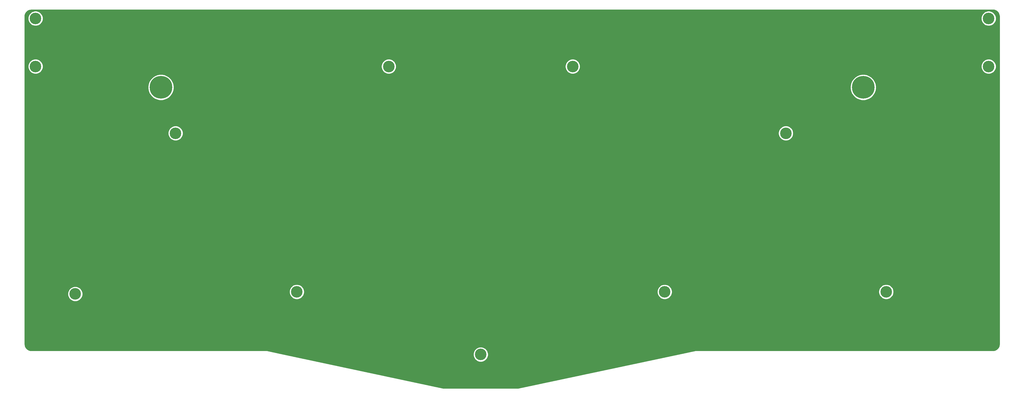
<source format=gbr>
G04 #@! TF.GenerationSoftware,KiCad,Pcbnew,(5.1.6)-1*
G04 #@! TF.CreationDate,2020-09-06T17:35:35-05:00*
G04 #@! TF.ProjectId,keyboard_bottom,6b657962-6f61-4726-945f-626f74746f6d,rev?*
G04 #@! TF.SameCoordinates,Original*
G04 #@! TF.FileFunction,Copper,L2,Bot*
G04 #@! TF.FilePolarity,Positive*
%FSLAX46Y46*%
G04 Gerber Fmt 4.6, Leading zero omitted, Abs format (unit mm)*
G04 Created by KiCad (PCBNEW (5.1.6)-1) date 2020-09-06 17:35:35*
%MOMM*%
%LPD*%
G01*
G04 APERTURE LIST*
G04 #@! TA.AperFunction,ComponentPad*
%ADD10C,4.400000*%
G04 #@! TD*
G04 #@! TA.AperFunction,ComponentPad*
%ADD11C,8.600000*%
G04 #@! TD*
G04 #@! TA.AperFunction,NonConductor*
%ADD12C,0.254000*%
G04 #@! TD*
G04 APERTURE END LIST*
D10*
X266700000Y-180975000D03*
X127000000Y-180975000D03*
X27781250Y-95250000D03*
X389731250Y-76993750D03*
X196850000Y-204787500D03*
X350837500Y-180975000D03*
X80962500Y-120650000D03*
X27781250Y-76993750D03*
X161925000Y-95250000D03*
X42862500Y-181768750D03*
X231775000Y-95250000D03*
X312737500Y-120650000D03*
X389731250Y-95250000D03*
D11*
X75406250Y-103187500D03*
X342106250Y-103187500D03*
D12*
G36*
X391806634Y-73736002D02*
G01*
X392275938Y-73877694D01*
X392708775Y-74107837D01*
X393088677Y-74417678D01*
X393401153Y-74795397D01*
X393634319Y-75226627D01*
X393779282Y-75694928D01*
X393833750Y-76213153D01*
X393833751Y-200786462D01*
X393782748Y-201306633D01*
X393641057Y-201775936D01*
X393410911Y-202208778D01*
X393101073Y-202588677D01*
X392723350Y-202901156D01*
X392292123Y-203134319D01*
X391823823Y-203279282D01*
X391305597Y-203333750D01*
X278634582Y-203333750D01*
X278598071Y-203330608D01*
X278537550Y-203337323D01*
X278476867Y-203343300D01*
X278441787Y-203353942D01*
X211068389Y-217621250D01*
X182631972Y-217621250D01*
X121030133Y-204508277D01*
X194015000Y-204508277D01*
X194015000Y-205066723D01*
X194123948Y-205614439D01*
X194337656Y-206130376D01*
X194647912Y-206594707D01*
X195042793Y-206989588D01*
X195507124Y-207299844D01*
X196023061Y-207513552D01*
X196570777Y-207622500D01*
X197129223Y-207622500D01*
X197676939Y-207513552D01*
X198192876Y-207299844D01*
X198657207Y-206989588D01*
X199052088Y-206594707D01*
X199362344Y-206130376D01*
X199576052Y-205614439D01*
X199685000Y-205066723D01*
X199685000Y-204508277D01*
X199576052Y-203960561D01*
X199362344Y-203444624D01*
X199052088Y-202980293D01*
X198657207Y-202585412D01*
X198192876Y-202275156D01*
X197676939Y-202061448D01*
X197129223Y-201952500D01*
X196570777Y-201952500D01*
X196023061Y-202061448D01*
X195507124Y-202275156D01*
X195042793Y-202585412D01*
X194647912Y-202980293D01*
X194337656Y-203444624D01*
X194123948Y-203960561D01*
X194015000Y-204508277D01*
X121030133Y-204508277D01*
X115607797Y-203354043D01*
X115572383Y-203343300D01*
X115512046Y-203337357D01*
X115451877Y-203330617D01*
X115415015Y-203333750D01*
X26226028Y-203333750D01*
X25705867Y-203282748D01*
X25236564Y-203141057D01*
X24803722Y-202910911D01*
X24423823Y-202601073D01*
X24111344Y-202223350D01*
X23878181Y-201792123D01*
X23733218Y-201323823D01*
X23678750Y-200805597D01*
X23678750Y-181489527D01*
X40027500Y-181489527D01*
X40027500Y-182047973D01*
X40136448Y-182595689D01*
X40350156Y-183111626D01*
X40660412Y-183575957D01*
X41055293Y-183970838D01*
X41519624Y-184281094D01*
X42035561Y-184494802D01*
X42583277Y-184603750D01*
X43141723Y-184603750D01*
X43689439Y-184494802D01*
X44205376Y-184281094D01*
X44669707Y-183970838D01*
X45064588Y-183575957D01*
X45374844Y-183111626D01*
X45588552Y-182595689D01*
X45697500Y-182047973D01*
X45697500Y-181489527D01*
X45588552Y-180941811D01*
X45486642Y-180695777D01*
X124165000Y-180695777D01*
X124165000Y-181254223D01*
X124273948Y-181801939D01*
X124487656Y-182317876D01*
X124797912Y-182782207D01*
X125192793Y-183177088D01*
X125657124Y-183487344D01*
X126173061Y-183701052D01*
X126720777Y-183810000D01*
X127279223Y-183810000D01*
X127826939Y-183701052D01*
X128342876Y-183487344D01*
X128807207Y-183177088D01*
X129202088Y-182782207D01*
X129512344Y-182317876D01*
X129726052Y-181801939D01*
X129835000Y-181254223D01*
X129835000Y-180695777D01*
X263865000Y-180695777D01*
X263865000Y-181254223D01*
X263973948Y-181801939D01*
X264187656Y-182317876D01*
X264497912Y-182782207D01*
X264892793Y-183177088D01*
X265357124Y-183487344D01*
X265873061Y-183701052D01*
X266420777Y-183810000D01*
X266979223Y-183810000D01*
X267526939Y-183701052D01*
X268042876Y-183487344D01*
X268507207Y-183177088D01*
X268902088Y-182782207D01*
X269212344Y-182317876D01*
X269426052Y-181801939D01*
X269535000Y-181254223D01*
X269535000Y-180695777D01*
X348002500Y-180695777D01*
X348002500Y-181254223D01*
X348111448Y-181801939D01*
X348325156Y-182317876D01*
X348635412Y-182782207D01*
X349030293Y-183177088D01*
X349494624Y-183487344D01*
X350010561Y-183701052D01*
X350558277Y-183810000D01*
X351116723Y-183810000D01*
X351664439Y-183701052D01*
X352180376Y-183487344D01*
X352644707Y-183177088D01*
X353039588Y-182782207D01*
X353349844Y-182317876D01*
X353563552Y-181801939D01*
X353672500Y-181254223D01*
X353672500Y-180695777D01*
X353563552Y-180148061D01*
X353349844Y-179632124D01*
X353039588Y-179167793D01*
X352644707Y-178772912D01*
X352180376Y-178462656D01*
X351664439Y-178248948D01*
X351116723Y-178140000D01*
X350558277Y-178140000D01*
X350010561Y-178248948D01*
X349494624Y-178462656D01*
X349030293Y-178772912D01*
X348635412Y-179167793D01*
X348325156Y-179632124D01*
X348111448Y-180148061D01*
X348002500Y-180695777D01*
X269535000Y-180695777D01*
X269426052Y-180148061D01*
X269212344Y-179632124D01*
X268902088Y-179167793D01*
X268507207Y-178772912D01*
X268042876Y-178462656D01*
X267526939Y-178248948D01*
X266979223Y-178140000D01*
X266420777Y-178140000D01*
X265873061Y-178248948D01*
X265357124Y-178462656D01*
X264892793Y-178772912D01*
X264497912Y-179167793D01*
X264187656Y-179632124D01*
X263973948Y-180148061D01*
X263865000Y-180695777D01*
X129835000Y-180695777D01*
X129726052Y-180148061D01*
X129512344Y-179632124D01*
X129202088Y-179167793D01*
X128807207Y-178772912D01*
X128342876Y-178462656D01*
X127826939Y-178248948D01*
X127279223Y-178140000D01*
X126720777Y-178140000D01*
X126173061Y-178248948D01*
X125657124Y-178462656D01*
X125192793Y-178772912D01*
X124797912Y-179167793D01*
X124487656Y-179632124D01*
X124273948Y-180148061D01*
X124165000Y-180695777D01*
X45486642Y-180695777D01*
X45374844Y-180425874D01*
X45064588Y-179961543D01*
X44669707Y-179566662D01*
X44205376Y-179256406D01*
X43689439Y-179042698D01*
X43141723Y-178933750D01*
X42583277Y-178933750D01*
X42035561Y-179042698D01*
X41519624Y-179256406D01*
X41055293Y-179566662D01*
X40660412Y-179961543D01*
X40350156Y-180425874D01*
X40136448Y-180941811D01*
X40027500Y-181489527D01*
X23678750Y-181489527D01*
X23678750Y-120370777D01*
X78127500Y-120370777D01*
X78127500Y-120929223D01*
X78236448Y-121476939D01*
X78450156Y-121992876D01*
X78760412Y-122457207D01*
X79155293Y-122852088D01*
X79619624Y-123162344D01*
X80135561Y-123376052D01*
X80683277Y-123485000D01*
X81241723Y-123485000D01*
X81789439Y-123376052D01*
X82305376Y-123162344D01*
X82769707Y-122852088D01*
X83164588Y-122457207D01*
X83474844Y-121992876D01*
X83688552Y-121476939D01*
X83797500Y-120929223D01*
X83797500Y-120370777D01*
X309902500Y-120370777D01*
X309902500Y-120929223D01*
X310011448Y-121476939D01*
X310225156Y-121992876D01*
X310535412Y-122457207D01*
X310930293Y-122852088D01*
X311394624Y-123162344D01*
X311910561Y-123376052D01*
X312458277Y-123485000D01*
X313016723Y-123485000D01*
X313564439Y-123376052D01*
X314080376Y-123162344D01*
X314544707Y-122852088D01*
X314939588Y-122457207D01*
X315249844Y-121992876D01*
X315463552Y-121476939D01*
X315572500Y-120929223D01*
X315572500Y-120370777D01*
X315463552Y-119823061D01*
X315249844Y-119307124D01*
X314939588Y-118842793D01*
X314544707Y-118447912D01*
X314080376Y-118137656D01*
X313564439Y-117923948D01*
X313016723Y-117815000D01*
X312458277Y-117815000D01*
X311910561Y-117923948D01*
X311394624Y-118137656D01*
X310930293Y-118447912D01*
X310535412Y-118842793D01*
X310225156Y-119307124D01*
X310011448Y-119823061D01*
X309902500Y-120370777D01*
X83797500Y-120370777D01*
X83688552Y-119823061D01*
X83474844Y-119307124D01*
X83164588Y-118842793D01*
X82769707Y-118447912D01*
X82305376Y-118137656D01*
X81789439Y-117923948D01*
X81241723Y-117815000D01*
X80683277Y-117815000D01*
X80135561Y-117923948D01*
X79619624Y-118137656D01*
X79155293Y-118447912D01*
X78760412Y-118842793D01*
X78450156Y-119307124D01*
X78236448Y-119823061D01*
X78127500Y-120370777D01*
X23678750Y-120370777D01*
X23678750Y-102701445D01*
X70471250Y-102701445D01*
X70471250Y-103673555D01*
X70660900Y-104626986D01*
X71032910Y-105525099D01*
X71572985Y-106333379D01*
X72260371Y-107020765D01*
X73068651Y-107560840D01*
X73966764Y-107932850D01*
X74920195Y-108122500D01*
X75892305Y-108122500D01*
X76845736Y-107932850D01*
X77743849Y-107560840D01*
X78552129Y-107020765D01*
X79239515Y-106333379D01*
X79779590Y-105525099D01*
X80151600Y-104626986D01*
X80341250Y-103673555D01*
X80341250Y-102701445D01*
X337171250Y-102701445D01*
X337171250Y-103673555D01*
X337360900Y-104626986D01*
X337732910Y-105525099D01*
X338272985Y-106333379D01*
X338960371Y-107020765D01*
X339768651Y-107560840D01*
X340666764Y-107932850D01*
X341620195Y-108122500D01*
X342592305Y-108122500D01*
X343545736Y-107932850D01*
X344443849Y-107560840D01*
X345252129Y-107020765D01*
X345939515Y-106333379D01*
X346479590Y-105525099D01*
X346851600Y-104626986D01*
X347041250Y-103673555D01*
X347041250Y-102701445D01*
X346851600Y-101748014D01*
X346479590Y-100849901D01*
X345939515Y-100041621D01*
X345252129Y-99354235D01*
X344443849Y-98814160D01*
X343545736Y-98442150D01*
X342592305Y-98252500D01*
X341620195Y-98252500D01*
X340666764Y-98442150D01*
X339768651Y-98814160D01*
X338960371Y-99354235D01*
X338272985Y-100041621D01*
X337732910Y-100849901D01*
X337360900Y-101748014D01*
X337171250Y-102701445D01*
X80341250Y-102701445D01*
X80151600Y-101748014D01*
X79779590Y-100849901D01*
X79239515Y-100041621D01*
X78552129Y-99354235D01*
X77743849Y-98814160D01*
X76845736Y-98442150D01*
X75892305Y-98252500D01*
X74920195Y-98252500D01*
X73966764Y-98442150D01*
X73068651Y-98814160D01*
X72260371Y-99354235D01*
X71572985Y-100041621D01*
X71032910Y-100849901D01*
X70660900Y-101748014D01*
X70471250Y-102701445D01*
X23678750Y-102701445D01*
X23678750Y-94970777D01*
X24946250Y-94970777D01*
X24946250Y-95529223D01*
X25055198Y-96076939D01*
X25268906Y-96592876D01*
X25579162Y-97057207D01*
X25974043Y-97452088D01*
X26438374Y-97762344D01*
X26954311Y-97976052D01*
X27502027Y-98085000D01*
X28060473Y-98085000D01*
X28608189Y-97976052D01*
X29124126Y-97762344D01*
X29588457Y-97452088D01*
X29983338Y-97057207D01*
X30293594Y-96592876D01*
X30507302Y-96076939D01*
X30616250Y-95529223D01*
X30616250Y-94970777D01*
X159090000Y-94970777D01*
X159090000Y-95529223D01*
X159198948Y-96076939D01*
X159412656Y-96592876D01*
X159722912Y-97057207D01*
X160117793Y-97452088D01*
X160582124Y-97762344D01*
X161098061Y-97976052D01*
X161645777Y-98085000D01*
X162204223Y-98085000D01*
X162751939Y-97976052D01*
X163267876Y-97762344D01*
X163732207Y-97452088D01*
X164127088Y-97057207D01*
X164437344Y-96592876D01*
X164651052Y-96076939D01*
X164760000Y-95529223D01*
X164760000Y-94970777D01*
X228940000Y-94970777D01*
X228940000Y-95529223D01*
X229048948Y-96076939D01*
X229262656Y-96592876D01*
X229572912Y-97057207D01*
X229967793Y-97452088D01*
X230432124Y-97762344D01*
X230948061Y-97976052D01*
X231495777Y-98085000D01*
X232054223Y-98085000D01*
X232601939Y-97976052D01*
X233117876Y-97762344D01*
X233582207Y-97452088D01*
X233977088Y-97057207D01*
X234287344Y-96592876D01*
X234501052Y-96076939D01*
X234610000Y-95529223D01*
X234610000Y-94970777D01*
X386896250Y-94970777D01*
X386896250Y-95529223D01*
X387005198Y-96076939D01*
X387218906Y-96592876D01*
X387529162Y-97057207D01*
X387924043Y-97452088D01*
X388388374Y-97762344D01*
X388904311Y-97976052D01*
X389452027Y-98085000D01*
X390010473Y-98085000D01*
X390558189Y-97976052D01*
X391074126Y-97762344D01*
X391538457Y-97452088D01*
X391933338Y-97057207D01*
X392243594Y-96592876D01*
X392457302Y-96076939D01*
X392566250Y-95529223D01*
X392566250Y-94970777D01*
X392457302Y-94423061D01*
X392243594Y-93907124D01*
X391933338Y-93442793D01*
X391538457Y-93047912D01*
X391074126Y-92737656D01*
X390558189Y-92523948D01*
X390010473Y-92415000D01*
X389452027Y-92415000D01*
X388904311Y-92523948D01*
X388388374Y-92737656D01*
X387924043Y-93047912D01*
X387529162Y-93442793D01*
X387218906Y-93907124D01*
X387005198Y-94423061D01*
X386896250Y-94970777D01*
X234610000Y-94970777D01*
X234501052Y-94423061D01*
X234287344Y-93907124D01*
X233977088Y-93442793D01*
X233582207Y-93047912D01*
X233117876Y-92737656D01*
X232601939Y-92523948D01*
X232054223Y-92415000D01*
X231495777Y-92415000D01*
X230948061Y-92523948D01*
X230432124Y-92737656D01*
X229967793Y-93047912D01*
X229572912Y-93442793D01*
X229262656Y-93907124D01*
X229048948Y-94423061D01*
X228940000Y-94970777D01*
X164760000Y-94970777D01*
X164651052Y-94423061D01*
X164437344Y-93907124D01*
X164127088Y-93442793D01*
X163732207Y-93047912D01*
X163267876Y-92737656D01*
X162751939Y-92523948D01*
X162204223Y-92415000D01*
X161645777Y-92415000D01*
X161098061Y-92523948D01*
X160582124Y-92737656D01*
X160117793Y-93047912D01*
X159722912Y-93442793D01*
X159412656Y-93907124D01*
X159198948Y-94423061D01*
X159090000Y-94970777D01*
X30616250Y-94970777D01*
X30507302Y-94423061D01*
X30293594Y-93907124D01*
X29983338Y-93442793D01*
X29588457Y-93047912D01*
X29124126Y-92737656D01*
X28608189Y-92523948D01*
X28060473Y-92415000D01*
X27502027Y-92415000D01*
X26954311Y-92523948D01*
X26438374Y-92737656D01*
X25974043Y-93047912D01*
X25579162Y-93442793D01*
X25268906Y-93907124D01*
X25055198Y-94423061D01*
X24946250Y-94970777D01*
X23678750Y-94970777D01*
X23678750Y-76714527D01*
X24946250Y-76714527D01*
X24946250Y-77272973D01*
X25055198Y-77820689D01*
X25268906Y-78336626D01*
X25579162Y-78800957D01*
X25974043Y-79195838D01*
X26438374Y-79506094D01*
X26954311Y-79719802D01*
X27502027Y-79828750D01*
X28060473Y-79828750D01*
X28608189Y-79719802D01*
X29124126Y-79506094D01*
X29588457Y-79195838D01*
X29983338Y-78800957D01*
X30293594Y-78336626D01*
X30507302Y-77820689D01*
X30616250Y-77272973D01*
X30616250Y-76714527D01*
X386896250Y-76714527D01*
X386896250Y-77272973D01*
X387005198Y-77820689D01*
X387218906Y-78336626D01*
X387529162Y-78800957D01*
X387924043Y-79195838D01*
X388388374Y-79506094D01*
X388904311Y-79719802D01*
X389452027Y-79828750D01*
X390010473Y-79828750D01*
X390558189Y-79719802D01*
X391074126Y-79506094D01*
X391538457Y-79195838D01*
X391933338Y-78800957D01*
X392243594Y-78336626D01*
X392457302Y-77820689D01*
X392566250Y-77272973D01*
X392566250Y-76714527D01*
X392457302Y-76166811D01*
X392243594Y-75650874D01*
X391933338Y-75186543D01*
X391538457Y-74791662D01*
X391074126Y-74481406D01*
X390558189Y-74267698D01*
X390010473Y-74158750D01*
X389452027Y-74158750D01*
X388904311Y-74267698D01*
X388388374Y-74481406D01*
X387924043Y-74791662D01*
X387529162Y-75186543D01*
X387218906Y-75650874D01*
X387005198Y-76166811D01*
X386896250Y-76714527D01*
X30616250Y-76714527D01*
X30507302Y-76166811D01*
X30293594Y-75650874D01*
X29983338Y-75186543D01*
X29588457Y-74791662D01*
X29124126Y-74481406D01*
X28608189Y-74267698D01*
X28060473Y-74158750D01*
X27502027Y-74158750D01*
X26954311Y-74267698D01*
X26438374Y-74481406D01*
X25974043Y-74791662D01*
X25579162Y-75186543D01*
X25268906Y-75650874D01*
X25055198Y-76166811D01*
X24946250Y-76714527D01*
X23678750Y-76714527D01*
X23678750Y-76232278D01*
X23729752Y-75712116D01*
X23871444Y-75242812D01*
X24101587Y-74809975D01*
X24411428Y-74430073D01*
X24789147Y-74117597D01*
X25220377Y-73884431D01*
X25688678Y-73739468D01*
X26206903Y-73685000D01*
X391286472Y-73685000D01*
X391806634Y-73736002D01*
G37*
X391806634Y-73736002D02*
X392275938Y-73877694D01*
X392708775Y-74107837D01*
X393088677Y-74417678D01*
X393401153Y-74795397D01*
X393634319Y-75226627D01*
X393779282Y-75694928D01*
X393833750Y-76213153D01*
X393833751Y-200786462D01*
X393782748Y-201306633D01*
X393641057Y-201775936D01*
X393410911Y-202208778D01*
X393101073Y-202588677D01*
X392723350Y-202901156D01*
X392292123Y-203134319D01*
X391823823Y-203279282D01*
X391305597Y-203333750D01*
X278634582Y-203333750D01*
X278598071Y-203330608D01*
X278537550Y-203337323D01*
X278476867Y-203343300D01*
X278441787Y-203353942D01*
X211068389Y-217621250D01*
X182631972Y-217621250D01*
X121030133Y-204508277D01*
X194015000Y-204508277D01*
X194015000Y-205066723D01*
X194123948Y-205614439D01*
X194337656Y-206130376D01*
X194647912Y-206594707D01*
X195042793Y-206989588D01*
X195507124Y-207299844D01*
X196023061Y-207513552D01*
X196570777Y-207622500D01*
X197129223Y-207622500D01*
X197676939Y-207513552D01*
X198192876Y-207299844D01*
X198657207Y-206989588D01*
X199052088Y-206594707D01*
X199362344Y-206130376D01*
X199576052Y-205614439D01*
X199685000Y-205066723D01*
X199685000Y-204508277D01*
X199576052Y-203960561D01*
X199362344Y-203444624D01*
X199052088Y-202980293D01*
X198657207Y-202585412D01*
X198192876Y-202275156D01*
X197676939Y-202061448D01*
X197129223Y-201952500D01*
X196570777Y-201952500D01*
X196023061Y-202061448D01*
X195507124Y-202275156D01*
X195042793Y-202585412D01*
X194647912Y-202980293D01*
X194337656Y-203444624D01*
X194123948Y-203960561D01*
X194015000Y-204508277D01*
X121030133Y-204508277D01*
X115607797Y-203354043D01*
X115572383Y-203343300D01*
X115512046Y-203337357D01*
X115451877Y-203330617D01*
X115415015Y-203333750D01*
X26226028Y-203333750D01*
X25705867Y-203282748D01*
X25236564Y-203141057D01*
X24803722Y-202910911D01*
X24423823Y-202601073D01*
X24111344Y-202223350D01*
X23878181Y-201792123D01*
X23733218Y-201323823D01*
X23678750Y-200805597D01*
X23678750Y-181489527D01*
X40027500Y-181489527D01*
X40027500Y-182047973D01*
X40136448Y-182595689D01*
X40350156Y-183111626D01*
X40660412Y-183575957D01*
X41055293Y-183970838D01*
X41519624Y-184281094D01*
X42035561Y-184494802D01*
X42583277Y-184603750D01*
X43141723Y-184603750D01*
X43689439Y-184494802D01*
X44205376Y-184281094D01*
X44669707Y-183970838D01*
X45064588Y-183575957D01*
X45374844Y-183111626D01*
X45588552Y-182595689D01*
X45697500Y-182047973D01*
X45697500Y-181489527D01*
X45588552Y-180941811D01*
X45486642Y-180695777D01*
X124165000Y-180695777D01*
X124165000Y-181254223D01*
X124273948Y-181801939D01*
X124487656Y-182317876D01*
X124797912Y-182782207D01*
X125192793Y-183177088D01*
X125657124Y-183487344D01*
X126173061Y-183701052D01*
X126720777Y-183810000D01*
X127279223Y-183810000D01*
X127826939Y-183701052D01*
X128342876Y-183487344D01*
X128807207Y-183177088D01*
X129202088Y-182782207D01*
X129512344Y-182317876D01*
X129726052Y-181801939D01*
X129835000Y-181254223D01*
X129835000Y-180695777D01*
X263865000Y-180695777D01*
X263865000Y-181254223D01*
X263973948Y-181801939D01*
X264187656Y-182317876D01*
X264497912Y-182782207D01*
X264892793Y-183177088D01*
X265357124Y-183487344D01*
X265873061Y-183701052D01*
X266420777Y-183810000D01*
X266979223Y-183810000D01*
X267526939Y-183701052D01*
X268042876Y-183487344D01*
X268507207Y-183177088D01*
X268902088Y-182782207D01*
X269212344Y-182317876D01*
X269426052Y-181801939D01*
X269535000Y-181254223D01*
X269535000Y-180695777D01*
X348002500Y-180695777D01*
X348002500Y-181254223D01*
X348111448Y-181801939D01*
X348325156Y-182317876D01*
X348635412Y-182782207D01*
X349030293Y-183177088D01*
X349494624Y-183487344D01*
X350010561Y-183701052D01*
X350558277Y-183810000D01*
X351116723Y-183810000D01*
X351664439Y-183701052D01*
X352180376Y-183487344D01*
X352644707Y-183177088D01*
X353039588Y-182782207D01*
X353349844Y-182317876D01*
X353563552Y-181801939D01*
X353672500Y-181254223D01*
X353672500Y-180695777D01*
X353563552Y-180148061D01*
X353349844Y-179632124D01*
X353039588Y-179167793D01*
X352644707Y-178772912D01*
X352180376Y-178462656D01*
X351664439Y-178248948D01*
X351116723Y-178140000D01*
X350558277Y-178140000D01*
X350010561Y-178248948D01*
X349494624Y-178462656D01*
X349030293Y-178772912D01*
X348635412Y-179167793D01*
X348325156Y-179632124D01*
X348111448Y-180148061D01*
X348002500Y-180695777D01*
X269535000Y-180695777D01*
X269426052Y-180148061D01*
X269212344Y-179632124D01*
X268902088Y-179167793D01*
X268507207Y-178772912D01*
X268042876Y-178462656D01*
X267526939Y-178248948D01*
X266979223Y-178140000D01*
X266420777Y-178140000D01*
X265873061Y-178248948D01*
X265357124Y-178462656D01*
X264892793Y-178772912D01*
X264497912Y-179167793D01*
X264187656Y-179632124D01*
X263973948Y-180148061D01*
X263865000Y-180695777D01*
X129835000Y-180695777D01*
X129726052Y-180148061D01*
X129512344Y-179632124D01*
X129202088Y-179167793D01*
X128807207Y-178772912D01*
X128342876Y-178462656D01*
X127826939Y-178248948D01*
X127279223Y-178140000D01*
X126720777Y-178140000D01*
X126173061Y-178248948D01*
X125657124Y-178462656D01*
X125192793Y-178772912D01*
X124797912Y-179167793D01*
X124487656Y-179632124D01*
X124273948Y-180148061D01*
X124165000Y-180695777D01*
X45486642Y-180695777D01*
X45374844Y-180425874D01*
X45064588Y-179961543D01*
X44669707Y-179566662D01*
X44205376Y-179256406D01*
X43689439Y-179042698D01*
X43141723Y-178933750D01*
X42583277Y-178933750D01*
X42035561Y-179042698D01*
X41519624Y-179256406D01*
X41055293Y-179566662D01*
X40660412Y-179961543D01*
X40350156Y-180425874D01*
X40136448Y-180941811D01*
X40027500Y-181489527D01*
X23678750Y-181489527D01*
X23678750Y-120370777D01*
X78127500Y-120370777D01*
X78127500Y-120929223D01*
X78236448Y-121476939D01*
X78450156Y-121992876D01*
X78760412Y-122457207D01*
X79155293Y-122852088D01*
X79619624Y-123162344D01*
X80135561Y-123376052D01*
X80683277Y-123485000D01*
X81241723Y-123485000D01*
X81789439Y-123376052D01*
X82305376Y-123162344D01*
X82769707Y-122852088D01*
X83164588Y-122457207D01*
X83474844Y-121992876D01*
X83688552Y-121476939D01*
X83797500Y-120929223D01*
X83797500Y-120370777D01*
X309902500Y-120370777D01*
X309902500Y-120929223D01*
X310011448Y-121476939D01*
X310225156Y-121992876D01*
X310535412Y-122457207D01*
X310930293Y-122852088D01*
X311394624Y-123162344D01*
X311910561Y-123376052D01*
X312458277Y-123485000D01*
X313016723Y-123485000D01*
X313564439Y-123376052D01*
X314080376Y-123162344D01*
X314544707Y-122852088D01*
X314939588Y-122457207D01*
X315249844Y-121992876D01*
X315463552Y-121476939D01*
X315572500Y-120929223D01*
X315572500Y-120370777D01*
X315463552Y-119823061D01*
X315249844Y-119307124D01*
X314939588Y-118842793D01*
X314544707Y-118447912D01*
X314080376Y-118137656D01*
X313564439Y-117923948D01*
X313016723Y-117815000D01*
X312458277Y-117815000D01*
X311910561Y-117923948D01*
X311394624Y-118137656D01*
X310930293Y-118447912D01*
X310535412Y-118842793D01*
X310225156Y-119307124D01*
X310011448Y-119823061D01*
X309902500Y-120370777D01*
X83797500Y-120370777D01*
X83688552Y-119823061D01*
X83474844Y-119307124D01*
X83164588Y-118842793D01*
X82769707Y-118447912D01*
X82305376Y-118137656D01*
X81789439Y-117923948D01*
X81241723Y-117815000D01*
X80683277Y-117815000D01*
X80135561Y-117923948D01*
X79619624Y-118137656D01*
X79155293Y-118447912D01*
X78760412Y-118842793D01*
X78450156Y-119307124D01*
X78236448Y-119823061D01*
X78127500Y-120370777D01*
X23678750Y-120370777D01*
X23678750Y-102701445D01*
X70471250Y-102701445D01*
X70471250Y-103673555D01*
X70660900Y-104626986D01*
X71032910Y-105525099D01*
X71572985Y-106333379D01*
X72260371Y-107020765D01*
X73068651Y-107560840D01*
X73966764Y-107932850D01*
X74920195Y-108122500D01*
X75892305Y-108122500D01*
X76845736Y-107932850D01*
X77743849Y-107560840D01*
X78552129Y-107020765D01*
X79239515Y-106333379D01*
X79779590Y-105525099D01*
X80151600Y-104626986D01*
X80341250Y-103673555D01*
X80341250Y-102701445D01*
X337171250Y-102701445D01*
X337171250Y-103673555D01*
X337360900Y-104626986D01*
X337732910Y-105525099D01*
X338272985Y-106333379D01*
X338960371Y-107020765D01*
X339768651Y-107560840D01*
X340666764Y-107932850D01*
X341620195Y-108122500D01*
X342592305Y-108122500D01*
X343545736Y-107932850D01*
X344443849Y-107560840D01*
X345252129Y-107020765D01*
X345939515Y-106333379D01*
X346479590Y-105525099D01*
X346851600Y-104626986D01*
X347041250Y-103673555D01*
X347041250Y-102701445D01*
X346851600Y-101748014D01*
X346479590Y-100849901D01*
X345939515Y-100041621D01*
X345252129Y-99354235D01*
X344443849Y-98814160D01*
X343545736Y-98442150D01*
X342592305Y-98252500D01*
X341620195Y-98252500D01*
X340666764Y-98442150D01*
X339768651Y-98814160D01*
X338960371Y-99354235D01*
X338272985Y-100041621D01*
X337732910Y-100849901D01*
X337360900Y-101748014D01*
X337171250Y-102701445D01*
X80341250Y-102701445D01*
X80151600Y-101748014D01*
X79779590Y-100849901D01*
X79239515Y-100041621D01*
X78552129Y-99354235D01*
X77743849Y-98814160D01*
X76845736Y-98442150D01*
X75892305Y-98252500D01*
X74920195Y-98252500D01*
X73966764Y-98442150D01*
X73068651Y-98814160D01*
X72260371Y-99354235D01*
X71572985Y-100041621D01*
X71032910Y-100849901D01*
X70660900Y-101748014D01*
X70471250Y-102701445D01*
X23678750Y-102701445D01*
X23678750Y-94970777D01*
X24946250Y-94970777D01*
X24946250Y-95529223D01*
X25055198Y-96076939D01*
X25268906Y-96592876D01*
X25579162Y-97057207D01*
X25974043Y-97452088D01*
X26438374Y-97762344D01*
X26954311Y-97976052D01*
X27502027Y-98085000D01*
X28060473Y-98085000D01*
X28608189Y-97976052D01*
X29124126Y-97762344D01*
X29588457Y-97452088D01*
X29983338Y-97057207D01*
X30293594Y-96592876D01*
X30507302Y-96076939D01*
X30616250Y-95529223D01*
X30616250Y-94970777D01*
X159090000Y-94970777D01*
X159090000Y-95529223D01*
X159198948Y-96076939D01*
X159412656Y-96592876D01*
X159722912Y-97057207D01*
X160117793Y-97452088D01*
X160582124Y-97762344D01*
X161098061Y-97976052D01*
X161645777Y-98085000D01*
X162204223Y-98085000D01*
X162751939Y-97976052D01*
X163267876Y-97762344D01*
X163732207Y-97452088D01*
X164127088Y-97057207D01*
X164437344Y-96592876D01*
X164651052Y-96076939D01*
X164760000Y-95529223D01*
X164760000Y-94970777D01*
X228940000Y-94970777D01*
X228940000Y-95529223D01*
X229048948Y-96076939D01*
X229262656Y-96592876D01*
X229572912Y-97057207D01*
X229967793Y-97452088D01*
X230432124Y-97762344D01*
X230948061Y-97976052D01*
X231495777Y-98085000D01*
X232054223Y-98085000D01*
X232601939Y-97976052D01*
X233117876Y-97762344D01*
X233582207Y-97452088D01*
X233977088Y-97057207D01*
X234287344Y-96592876D01*
X234501052Y-96076939D01*
X234610000Y-95529223D01*
X234610000Y-94970777D01*
X386896250Y-94970777D01*
X386896250Y-95529223D01*
X387005198Y-96076939D01*
X387218906Y-96592876D01*
X387529162Y-97057207D01*
X387924043Y-97452088D01*
X388388374Y-97762344D01*
X388904311Y-97976052D01*
X389452027Y-98085000D01*
X390010473Y-98085000D01*
X390558189Y-97976052D01*
X391074126Y-97762344D01*
X391538457Y-97452088D01*
X391933338Y-97057207D01*
X392243594Y-96592876D01*
X392457302Y-96076939D01*
X392566250Y-95529223D01*
X392566250Y-94970777D01*
X392457302Y-94423061D01*
X392243594Y-93907124D01*
X391933338Y-93442793D01*
X391538457Y-93047912D01*
X391074126Y-92737656D01*
X390558189Y-92523948D01*
X390010473Y-92415000D01*
X389452027Y-92415000D01*
X388904311Y-92523948D01*
X388388374Y-92737656D01*
X387924043Y-93047912D01*
X387529162Y-93442793D01*
X387218906Y-93907124D01*
X387005198Y-94423061D01*
X386896250Y-94970777D01*
X234610000Y-94970777D01*
X234501052Y-94423061D01*
X234287344Y-93907124D01*
X233977088Y-93442793D01*
X233582207Y-93047912D01*
X233117876Y-92737656D01*
X232601939Y-92523948D01*
X232054223Y-92415000D01*
X231495777Y-92415000D01*
X230948061Y-92523948D01*
X230432124Y-92737656D01*
X229967793Y-93047912D01*
X229572912Y-93442793D01*
X229262656Y-93907124D01*
X229048948Y-94423061D01*
X228940000Y-94970777D01*
X164760000Y-94970777D01*
X164651052Y-94423061D01*
X164437344Y-93907124D01*
X164127088Y-93442793D01*
X163732207Y-93047912D01*
X163267876Y-92737656D01*
X162751939Y-92523948D01*
X162204223Y-92415000D01*
X161645777Y-92415000D01*
X161098061Y-92523948D01*
X160582124Y-92737656D01*
X160117793Y-93047912D01*
X159722912Y-93442793D01*
X159412656Y-93907124D01*
X159198948Y-94423061D01*
X159090000Y-94970777D01*
X30616250Y-94970777D01*
X30507302Y-94423061D01*
X30293594Y-93907124D01*
X29983338Y-93442793D01*
X29588457Y-93047912D01*
X29124126Y-92737656D01*
X28608189Y-92523948D01*
X28060473Y-92415000D01*
X27502027Y-92415000D01*
X26954311Y-92523948D01*
X26438374Y-92737656D01*
X25974043Y-93047912D01*
X25579162Y-93442793D01*
X25268906Y-93907124D01*
X25055198Y-94423061D01*
X24946250Y-94970777D01*
X23678750Y-94970777D01*
X23678750Y-76714527D01*
X24946250Y-76714527D01*
X24946250Y-77272973D01*
X25055198Y-77820689D01*
X25268906Y-78336626D01*
X25579162Y-78800957D01*
X25974043Y-79195838D01*
X26438374Y-79506094D01*
X26954311Y-79719802D01*
X27502027Y-79828750D01*
X28060473Y-79828750D01*
X28608189Y-79719802D01*
X29124126Y-79506094D01*
X29588457Y-79195838D01*
X29983338Y-78800957D01*
X30293594Y-78336626D01*
X30507302Y-77820689D01*
X30616250Y-77272973D01*
X30616250Y-76714527D01*
X386896250Y-76714527D01*
X386896250Y-77272973D01*
X387005198Y-77820689D01*
X387218906Y-78336626D01*
X387529162Y-78800957D01*
X387924043Y-79195838D01*
X388388374Y-79506094D01*
X388904311Y-79719802D01*
X389452027Y-79828750D01*
X390010473Y-79828750D01*
X390558189Y-79719802D01*
X391074126Y-79506094D01*
X391538457Y-79195838D01*
X391933338Y-78800957D01*
X392243594Y-78336626D01*
X392457302Y-77820689D01*
X392566250Y-77272973D01*
X392566250Y-76714527D01*
X392457302Y-76166811D01*
X392243594Y-75650874D01*
X391933338Y-75186543D01*
X391538457Y-74791662D01*
X391074126Y-74481406D01*
X390558189Y-74267698D01*
X390010473Y-74158750D01*
X389452027Y-74158750D01*
X388904311Y-74267698D01*
X388388374Y-74481406D01*
X387924043Y-74791662D01*
X387529162Y-75186543D01*
X387218906Y-75650874D01*
X387005198Y-76166811D01*
X386896250Y-76714527D01*
X30616250Y-76714527D01*
X30507302Y-76166811D01*
X30293594Y-75650874D01*
X29983338Y-75186543D01*
X29588457Y-74791662D01*
X29124126Y-74481406D01*
X28608189Y-74267698D01*
X28060473Y-74158750D01*
X27502027Y-74158750D01*
X26954311Y-74267698D01*
X26438374Y-74481406D01*
X25974043Y-74791662D01*
X25579162Y-75186543D01*
X25268906Y-75650874D01*
X25055198Y-76166811D01*
X24946250Y-76714527D01*
X23678750Y-76714527D01*
X23678750Y-76232278D01*
X23729752Y-75712116D01*
X23871444Y-75242812D01*
X24101587Y-74809975D01*
X24411428Y-74430073D01*
X24789147Y-74117597D01*
X25220377Y-73884431D01*
X25688678Y-73739468D01*
X26206903Y-73685000D01*
X391286472Y-73685000D01*
X391806634Y-73736002D01*
M02*

</source>
